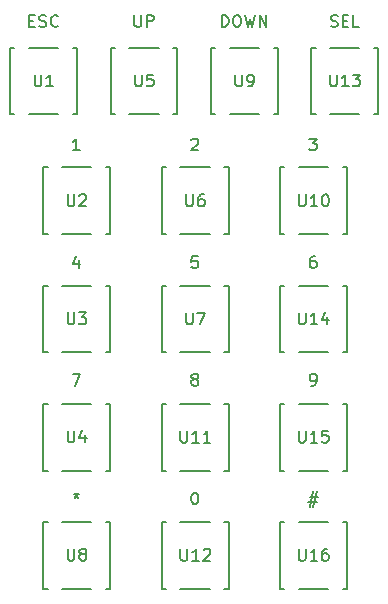
<source format=gbr>
%TF.GenerationSoftware,KiCad,Pcbnew,8.0.1*%
%TF.CreationDate,2024-03-29T18:46:23-05:00*%
%TF.ProjectId,TTWR Keypad,54545752-204b-4657-9970-61642e6b6963,V01*%
%TF.SameCoordinates,Original*%
%TF.FileFunction,Legend,Top*%
%TF.FilePolarity,Positive*%
%FSLAX46Y46*%
G04 Gerber Fmt 4.6, Leading zero omitted, Abs format (unit mm)*
G04 Created by KiCad (PCBNEW 8.0.1) date 2024-03-29 18:46:23*
%MOMM*%
%LPD*%
G01*
G04 APERTURE LIST*
%ADD10C,0.150000*%
%ADD11C,0.152400*%
%ADD12C,2.575000*%
%ADD13R,0.558800X0.952500*%
%ADD14R,0.850000X0.850000*%
%ADD15O,0.850000X0.850000*%
G04 APERTURE END LIST*
D10*
X177514160Y-81528152D02*
X178228445Y-81528152D01*
X177799874Y-81099580D02*
X177514160Y-82385295D01*
X178133207Y-81956723D02*
X177418922Y-81956723D01*
X177847493Y-82385295D02*
X178133207Y-81099580D01*
X157782684Y-81194819D02*
X157782684Y-81432914D01*
X157544589Y-81337676D02*
X157782684Y-81432914D01*
X157782684Y-81432914D02*
X158020779Y-81337676D01*
X157639827Y-81623390D02*
X157782684Y-81432914D01*
X157782684Y-81432914D02*
X157925541Y-81623390D01*
X168036779Y-61169819D02*
X167560589Y-61169819D01*
X167560589Y-61169819D02*
X167512970Y-61646009D01*
X167512970Y-61646009D02*
X167560589Y-61598390D01*
X167560589Y-61598390D02*
X167655827Y-61550771D01*
X167655827Y-61550771D02*
X167893922Y-61550771D01*
X167893922Y-61550771D02*
X167989160Y-61598390D01*
X167989160Y-61598390D02*
X168036779Y-61646009D01*
X168036779Y-61646009D02*
X168084398Y-61741247D01*
X168084398Y-61741247D02*
X168084398Y-61979342D01*
X168084398Y-61979342D02*
X168036779Y-62074580D01*
X168036779Y-62074580D02*
X167989160Y-62122200D01*
X167989160Y-62122200D02*
X167893922Y-62169819D01*
X167893922Y-62169819D02*
X167655827Y-62169819D01*
X167655827Y-62169819D02*
X167560589Y-62122200D01*
X167560589Y-62122200D02*
X167512970Y-62074580D01*
X167703446Y-71573390D02*
X167608208Y-71525771D01*
X167608208Y-71525771D02*
X167560589Y-71478152D01*
X167560589Y-71478152D02*
X167512970Y-71382914D01*
X167512970Y-71382914D02*
X167512970Y-71335295D01*
X167512970Y-71335295D02*
X167560589Y-71240057D01*
X167560589Y-71240057D02*
X167608208Y-71192438D01*
X167608208Y-71192438D02*
X167703446Y-71144819D01*
X167703446Y-71144819D02*
X167893922Y-71144819D01*
X167893922Y-71144819D02*
X167989160Y-71192438D01*
X167989160Y-71192438D02*
X168036779Y-71240057D01*
X168036779Y-71240057D02*
X168084398Y-71335295D01*
X168084398Y-71335295D02*
X168084398Y-71382914D01*
X168084398Y-71382914D02*
X168036779Y-71478152D01*
X168036779Y-71478152D02*
X167989160Y-71525771D01*
X167989160Y-71525771D02*
X167893922Y-71573390D01*
X167893922Y-71573390D02*
X167703446Y-71573390D01*
X167703446Y-71573390D02*
X167608208Y-71621009D01*
X167608208Y-71621009D02*
X167560589Y-71668628D01*
X167560589Y-71668628D02*
X167512970Y-71763866D01*
X167512970Y-71763866D02*
X167512970Y-71954342D01*
X167512970Y-71954342D02*
X167560589Y-72049580D01*
X167560589Y-72049580D02*
X167608208Y-72097200D01*
X167608208Y-72097200D02*
X167703446Y-72144819D01*
X167703446Y-72144819D02*
X167893922Y-72144819D01*
X167893922Y-72144819D02*
X167989160Y-72097200D01*
X167989160Y-72097200D02*
X168036779Y-72049580D01*
X168036779Y-72049580D02*
X168084398Y-71954342D01*
X168084398Y-71954342D02*
X168084398Y-71763866D01*
X168084398Y-71763866D02*
X168036779Y-71668628D01*
X168036779Y-71668628D02*
X167989160Y-71621009D01*
X167989160Y-71621009D02*
X167893922Y-71573390D01*
X178014160Y-61169819D02*
X177823684Y-61169819D01*
X177823684Y-61169819D02*
X177728446Y-61217438D01*
X177728446Y-61217438D02*
X177680827Y-61265057D01*
X177680827Y-61265057D02*
X177585589Y-61407914D01*
X177585589Y-61407914D02*
X177537970Y-61598390D01*
X177537970Y-61598390D02*
X177537970Y-61979342D01*
X177537970Y-61979342D02*
X177585589Y-62074580D01*
X177585589Y-62074580D02*
X177633208Y-62122200D01*
X177633208Y-62122200D02*
X177728446Y-62169819D01*
X177728446Y-62169819D02*
X177918922Y-62169819D01*
X177918922Y-62169819D02*
X178014160Y-62122200D01*
X178014160Y-62122200D02*
X178061779Y-62074580D01*
X178061779Y-62074580D02*
X178109398Y-61979342D01*
X178109398Y-61979342D02*
X178109398Y-61741247D01*
X178109398Y-61741247D02*
X178061779Y-61646009D01*
X178061779Y-61646009D02*
X178014160Y-61598390D01*
X178014160Y-61598390D02*
X177918922Y-61550771D01*
X177918922Y-61550771D02*
X177728446Y-61550771D01*
X177728446Y-61550771D02*
X177633208Y-61598390D01*
X177633208Y-61598390D02*
X177585589Y-61646009D01*
X177585589Y-61646009D02*
X177537970Y-61741247D01*
X153783208Y-41246009D02*
X154116541Y-41246009D01*
X154259398Y-41769819D02*
X153783208Y-41769819D01*
X153783208Y-41769819D02*
X153783208Y-40769819D01*
X153783208Y-40769819D02*
X154259398Y-40769819D01*
X154640351Y-41722200D02*
X154783208Y-41769819D01*
X154783208Y-41769819D02*
X155021303Y-41769819D01*
X155021303Y-41769819D02*
X155116541Y-41722200D01*
X155116541Y-41722200D02*
X155164160Y-41674580D01*
X155164160Y-41674580D02*
X155211779Y-41579342D01*
X155211779Y-41579342D02*
X155211779Y-41484104D01*
X155211779Y-41484104D02*
X155164160Y-41388866D01*
X155164160Y-41388866D02*
X155116541Y-41341247D01*
X155116541Y-41341247D02*
X155021303Y-41293628D01*
X155021303Y-41293628D02*
X154830827Y-41246009D01*
X154830827Y-41246009D02*
X154735589Y-41198390D01*
X154735589Y-41198390D02*
X154687970Y-41150771D01*
X154687970Y-41150771D02*
X154640351Y-41055533D01*
X154640351Y-41055533D02*
X154640351Y-40960295D01*
X154640351Y-40960295D02*
X154687970Y-40865057D01*
X154687970Y-40865057D02*
X154735589Y-40817438D01*
X154735589Y-40817438D02*
X154830827Y-40769819D01*
X154830827Y-40769819D02*
X155068922Y-40769819D01*
X155068922Y-40769819D02*
X155211779Y-40817438D01*
X156211779Y-41674580D02*
X156164160Y-41722200D01*
X156164160Y-41722200D02*
X156021303Y-41769819D01*
X156021303Y-41769819D02*
X155926065Y-41769819D01*
X155926065Y-41769819D02*
X155783208Y-41722200D01*
X155783208Y-41722200D02*
X155687970Y-41626961D01*
X155687970Y-41626961D02*
X155640351Y-41531723D01*
X155640351Y-41531723D02*
X155592732Y-41341247D01*
X155592732Y-41341247D02*
X155592732Y-41198390D01*
X155592732Y-41198390D02*
X155640351Y-41007914D01*
X155640351Y-41007914D02*
X155687970Y-40912676D01*
X155687970Y-40912676D02*
X155783208Y-40817438D01*
X155783208Y-40817438D02*
X155926065Y-40769819D01*
X155926065Y-40769819D02*
X156021303Y-40769819D01*
X156021303Y-40769819D02*
X156164160Y-40817438D01*
X156164160Y-40817438D02*
X156211779Y-40865057D01*
X162687970Y-40769819D02*
X162687970Y-41579342D01*
X162687970Y-41579342D02*
X162735589Y-41674580D01*
X162735589Y-41674580D02*
X162783208Y-41722200D01*
X162783208Y-41722200D02*
X162878446Y-41769819D01*
X162878446Y-41769819D02*
X163068922Y-41769819D01*
X163068922Y-41769819D02*
X163164160Y-41722200D01*
X163164160Y-41722200D02*
X163211779Y-41674580D01*
X163211779Y-41674580D02*
X163259398Y-41579342D01*
X163259398Y-41579342D02*
X163259398Y-40769819D01*
X163735589Y-41769819D02*
X163735589Y-40769819D01*
X163735589Y-40769819D02*
X164116541Y-40769819D01*
X164116541Y-40769819D02*
X164211779Y-40817438D01*
X164211779Y-40817438D02*
X164259398Y-40865057D01*
X164259398Y-40865057D02*
X164307017Y-40960295D01*
X164307017Y-40960295D02*
X164307017Y-41103152D01*
X164307017Y-41103152D02*
X164259398Y-41198390D01*
X164259398Y-41198390D02*
X164211779Y-41246009D01*
X164211779Y-41246009D02*
X164116541Y-41293628D01*
X164116541Y-41293628D02*
X163735589Y-41293628D01*
X167512970Y-51315057D02*
X167560589Y-51267438D01*
X167560589Y-51267438D02*
X167655827Y-51219819D01*
X167655827Y-51219819D02*
X167893922Y-51219819D01*
X167893922Y-51219819D02*
X167989160Y-51267438D01*
X167989160Y-51267438D02*
X168036779Y-51315057D01*
X168036779Y-51315057D02*
X168084398Y-51410295D01*
X168084398Y-51410295D02*
X168084398Y-51505533D01*
X168084398Y-51505533D02*
X168036779Y-51648390D01*
X168036779Y-51648390D02*
X167465351Y-52219819D01*
X167465351Y-52219819D02*
X168084398Y-52219819D01*
X170092732Y-41769819D02*
X170092732Y-40769819D01*
X170092732Y-40769819D02*
X170330827Y-40769819D01*
X170330827Y-40769819D02*
X170473684Y-40817438D01*
X170473684Y-40817438D02*
X170568922Y-40912676D01*
X170568922Y-40912676D02*
X170616541Y-41007914D01*
X170616541Y-41007914D02*
X170664160Y-41198390D01*
X170664160Y-41198390D02*
X170664160Y-41341247D01*
X170664160Y-41341247D02*
X170616541Y-41531723D01*
X170616541Y-41531723D02*
X170568922Y-41626961D01*
X170568922Y-41626961D02*
X170473684Y-41722200D01*
X170473684Y-41722200D02*
X170330827Y-41769819D01*
X170330827Y-41769819D02*
X170092732Y-41769819D01*
X171283208Y-40769819D02*
X171473684Y-40769819D01*
X171473684Y-40769819D02*
X171568922Y-40817438D01*
X171568922Y-40817438D02*
X171664160Y-40912676D01*
X171664160Y-40912676D02*
X171711779Y-41103152D01*
X171711779Y-41103152D02*
X171711779Y-41436485D01*
X171711779Y-41436485D02*
X171664160Y-41626961D01*
X171664160Y-41626961D02*
X171568922Y-41722200D01*
X171568922Y-41722200D02*
X171473684Y-41769819D01*
X171473684Y-41769819D02*
X171283208Y-41769819D01*
X171283208Y-41769819D02*
X171187970Y-41722200D01*
X171187970Y-41722200D02*
X171092732Y-41626961D01*
X171092732Y-41626961D02*
X171045113Y-41436485D01*
X171045113Y-41436485D02*
X171045113Y-41103152D01*
X171045113Y-41103152D02*
X171092732Y-40912676D01*
X171092732Y-40912676D02*
X171187970Y-40817438D01*
X171187970Y-40817438D02*
X171283208Y-40769819D01*
X172045113Y-40769819D02*
X172283208Y-41769819D01*
X172283208Y-41769819D02*
X172473684Y-41055533D01*
X172473684Y-41055533D02*
X172664160Y-41769819D01*
X172664160Y-41769819D02*
X172902256Y-40769819D01*
X173283208Y-41769819D02*
X173283208Y-40769819D01*
X173283208Y-40769819D02*
X173854636Y-41769819D01*
X173854636Y-41769819D02*
X173854636Y-40769819D01*
X167751065Y-81194819D02*
X167846303Y-81194819D01*
X167846303Y-81194819D02*
X167941541Y-81242438D01*
X167941541Y-81242438D02*
X167989160Y-81290057D01*
X167989160Y-81290057D02*
X168036779Y-81385295D01*
X168036779Y-81385295D02*
X168084398Y-81575771D01*
X168084398Y-81575771D02*
X168084398Y-81813866D01*
X168084398Y-81813866D02*
X168036779Y-82004342D01*
X168036779Y-82004342D02*
X167989160Y-82099580D01*
X167989160Y-82099580D02*
X167941541Y-82147200D01*
X167941541Y-82147200D02*
X167846303Y-82194819D01*
X167846303Y-82194819D02*
X167751065Y-82194819D01*
X167751065Y-82194819D02*
X167655827Y-82147200D01*
X167655827Y-82147200D02*
X167608208Y-82099580D01*
X167608208Y-82099580D02*
X167560589Y-82004342D01*
X167560589Y-82004342D02*
X167512970Y-81813866D01*
X167512970Y-81813866D02*
X167512970Y-81575771D01*
X167512970Y-81575771D02*
X167560589Y-81385295D01*
X167560589Y-81385295D02*
X167608208Y-81290057D01*
X167608208Y-81290057D02*
X167655827Y-81242438D01*
X167655827Y-81242438D02*
X167751065Y-81194819D01*
X157449351Y-71144819D02*
X158116017Y-71144819D01*
X158116017Y-71144819D02*
X157687446Y-72144819D01*
X157973160Y-61503152D02*
X157973160Y-62169819D01*
X157735065Y-61122200D02*
X157496970Y-61836485D01*
X157496970Y-61836485D02*
X158116017Y-61836485D01*
X158068398Y-52219819D02*
X157496970Y-52219819D01*
X157782684Y-52219819D02*
X157782684Y-51219819D01*
X157782684Y-51219819D02*
X157687446Y-51362676D01*
X157687446Y-51362676D02*
X157592208Y-51457914D01*
X157592208Y-51457914D02*
X157496970Y-51505533D01*
X179330827Y-41722200D02*
X179473684Y-41769819D01*
X179473684Y-41769819D02*
X179711779Y-41769819D01*
X179711779Y-41769819D02*
X179807017Y-41722200D01*
X179807017Y-41722200D02*
X179854636Y-41674580D01*
X179854636Y-41674580D02*
X179902255Y-41579342D01*
X179902255Y-41579342D02*
X179902255Y-41484104D01*
X179902255Y-41484104D02*
X179854636Y-41388866D01*
X179854636Y-41388866D02*
X179807017Y-41341247D01*
X179807017Y-41341247D02*
X179711779Y-41293628D01*
X179711779Y-41293628D02*
X179521303Y-41246009D01*
X179521303Y-41246009D02*
X179426065Y-41198390D01*
X179426065Y-41198390D02*
X179378446Y-41150771D01*
X179378446Y-41150771D02*
X179330827Y-41055533D01*
X179330827Y-41055533D02*
X179330827Y-40960295D01*
X179330827Y-40960295D02*
X179378446Y-40865057D01*
X179378446Y-40865057D02*
X179426065Y-40817438D01*
X179426065Y-40817438D02*
X179521303Y-40769819D01*
X179521303Y-40769819D02*
X179759398Y-40769819D01*
X179759398Y-40769819D02*
X179902255Y-40817438D01*
X180330827Y-41246009D02*
X180664160Y-41246009D01*
X180807017Y-41769819D02*
X180330827Y-41769819D01*
X180330827Y-41769819D02*
X180330827Y-40769819D01*
X180330827Y-40769819D02*
X180807017Y-40769819D01*
X181711779Y-41769819D02*
X181235589Y-41769819D01*
X181235589Y-41769819D02*
X181235589Y-40769819D01*
X177633208Y-72144819D02*
X177823684Y-72144819D01*
X177823684Y-72144819D02*
X177918922Y-72097200D01*
X177918922Y-72097200D02*
X177966541Y-72049580D01*
X177966541Y-72049580D02*
X178061779Y-71906723D01*
X178061779Y-71906723D02*
X178109398Y-71716247D01*
X178109398Y-71716247D02*
X178109398Y-71335295D01*
X178109398Y-71335295D02*
X178061779Y-71240057D01*
X178061779Y-71240057D02*
X178014160Y-71192438D01*
X178014160Y-71192438D02*
X177918922Y-71144819D01*
X177918922Y-71144819D02*
X177728446Y-71144819D01*
X177728446Y-71144819D02*
X177633208Y-71192438D01*
X177633208Y-71192438D02*
X177585589Y-71240057D01*
X177585589Y-71240057D02*
X177537970Y-71335295D01*
X177537970Y-71335295D02*
X177537970Y-71573390D01*
X177537970Y-71573390D02*
X177585589Y-71668628D01*
X177585589Y-71668628D02*
X177633208Y-71716247D01*
X177633208Y-71716247D02*
X177728446Y-71763866D01*
X177728446Y-71763866D02*
X177918922Y-71763866D01*
X177918922Y-71763866D02*
X178014160Y-71716247D01*
X178014160Y-71716247D02*
X178061779Y-71668628D01*
X178061779Y-71668628D02*
X178109398Y-71573390D01*
X177490351Y-51219819D02*
X178109398Y-51219819D01*
X178109398Y-51219819D02*
X177776065Y-51600771D01*
X177776065Y-51600771D02*
X177918922Y-51600771D01*
X177918922Y-51600771D02*
X178014160Y-51648390D01*
X178014160Y-51648390D02*
X178061779Y-51696009D01*
X178061779Y-51696009D02*
X178109398Y-51791247D01*
X178109398Y-51791247D02*
X178109398Y-52029342D01*
X178109398Y-52029342D02*
X178061779Y-52124580D01*
X178061779Y-52124580D02*
X178014160Y-52172200D01*
X178014160Y-52172200D02*
X177918922Y-52219819D01*
X177918922Y-52219819D02*
X177633208Y-52219819D01*
X177633208Y-52219819D02*
X177537970Y-52172200D01*
X177537970Y-52172200D02*
X177490351Y-52124580D01*
X157038095Y-65945819D02*
X157038095Y-66755342D01*
X157038095Y-66755342D02*
X157085714Y-66850580D01*
X157085714Y-66850580D02*
X157133333Y-66898200D01*
X157133333Y-66898200D02*
X157228571Y-66945819D01*
X157228571Y-66945819D02*
X157419047Y-66945819D01*
X157419047Y-66945819D02*
X157514285Y-66898200D01*
X157514285Y-66898200D02*
X157561904Y-66850580D01*
X157561904Y-66850580D02*
X157609523Y-66755342D01*
X157609523Y-66755342D02*
X157609523Y-65945819D01*
X157990476Y-65945819D02*
X158609523Y-65945819D01*
X158609523Y-65945819D02*
X158276190Y-66326771D01*
X158276190Y-66326771D02*
X158419047Y-66326771D01*
X158419047Y-66326771D02*
X158514285Y-66374390D01*
X158514285Y-66374390D02*
X158561904Y-66422009D01*
X158561904Y-66422009D02*
X158609523Y-66517247D01*
X158609523Y-66517247D02*
X158609523Y-66755342D01*
X158609523Y-66755342D02*
X158561904Y-66850580D01*
X158561904Y-66850580D02*
X158514285Y-66898200D01*
X158514285Y-66898200D02*
X158419047Y-66945819D01*
X158419047Y-66945819D02*
X158133333Y-66945819D01*
X158133333Y-66945819D02*
X158038095Y-66898200D01*
X158038095Y-66898200D02*
X157990476Y-66850580D01*
X166586905Y-85954819D02*
X166586905Y-86764342D01*
X166586905Y-86764342D02*
X166634524Y-86859580D01*
X166634524Y-86859580D02*
X166682143Y-86907200D01*
X166682143Y-86907200D02*
X166777381Y-86954819D01*
X166777381Y-86954819D02*
X166967857Y-86954819D01*
X166967857Y-86954819D02*
X167063095Y-86907200D01*
X167063095Y-86907200D02*
X167110714Y-86859580D01*
X167110714Y-86859580D02*
X167158333Y-86764342D01*
X167158333Y-86764342D02*
X167158333Y-85954819D01*
X168158333Y-86954819D02*
X167586905Y-86954819D01*
X167872619Y-86954819D02*
X167872619Y-85954819D01*
X167872619Y-85954819D02*
X167777381Y-86097676D01*
X167777381Y-86097676D02*
X167682143Y-86192914D01*
X167682143Y-86192914D02*
X167586905Y-86240533D01*
X168539286Y-86050057D02*
X168586905Y-86002438D01*
X168586905Y-86002438D02*
X168682143Y-85954819D01*
X168682143Y-85954819D02*
X168920238Y-85954819D01*
X168920238Y-85954819D02*
X169015476Y-86002438D01*
X169015476Y-86002438D02*
X169063095Y-86050057D01*
X169063095Y-86050057D02*
X169110714Y-86145295D01*
X169110714Y-86145295D02*
X169110714Y-86240533D01*
X169110714Y-86240533D02*
X169063095Y-86383390D01*
X169063095Y-86383390D02*
X168491667Y-86954819D01*
X168491667Y-86954819D02*
X169110714Y-86954819D01*
X157038095Y-85945819D02*
X157038095Y-86755342D01*
X157038095Y-86755342D02*
X157085714Y-86850580D01*
X157085714Y-86850580D02*
X157133333Y-86898200D01*
X157133333Y-86898200D02*
X157228571Y-86945819D01*
X157228571Y-86945819D02*
X157419047Y-86945819D01*
X157419047Y-86945819D02*
X157514285Y-86898200D01*
X157514285Y-86898200D02*
X157561904Y-86850580D01*
X157561904Y-86850580D02*
X157609523Y-86755342D01*
X157609523Y-86755342D02*
X157609523Y-85945819D01*
X158228571Y-86374390D02*
X158133333Y-86326771D01*
X158133333Y-86326771D02*
X158085714Y-86279152D01*
X158085714Y-86279152D02*
X158038095Y-86183914D01*
X158038095Y-86183914D02*
X158038095Y-86136295D01*
X158038095Y-86136295D02*
X158085714Y-86041057D01*
X158085714Y-86041057D02*
X158133333Y-85993438D01*
X158133333Y-85993438D02*
X158228571Y-85945819D01*
X158228571Y-85945819D02*
X158419047Y-85945819D01*
X158419047Y-85945819D02*
X158514285Y-85993438D01*
X158514285Y-85993438D02*
X158561904Y-86041057D01*
X158561904Y-86041057D02*
X158609523Y-86136295D01*
X158609523Y-86136295D02*
X158609523Y-86183914D01*
X158609523Y-86183914D02*
X158561904Y-86279152D01*
X158561904Y-86279152D02*
X158514285Y-86326771D01*
X158514285Y-86326771D02*
X158419047Y-86374390D01*
X158419047Y-86374390D02*
X158228571Y-86374390D01*
X158228571Y-86374390D02*
X158133333Y-86422009D01*
X158133333Y-86422009D02*
X158085714Y-86469628D01*
X158085714Y-86469628D02*
X158038095Y-86564866D01*
X158038095Y-86564866D02*
X158038095Y-86755342D01*
X158038095Y-86755342D02*
X158085714Y-86850580D01*
X158085714Y-86850580D02*
X158133333Y-86898200D01*
X158133333Y-86898200D02*
X158228571Y-86945819D01*
X158228571Y-86945819D02*
X158419047Y-86945819D01*
X158419047Y-86945819D02*
X158514285Y-86898200D01*
X158514285Y-86898200D02*
X158561904Y-86850580D01*
X158561904Y-86850580D02*
X158609523Y-86755342D01*
X158609523Y-86755342D02*
X158609523Y-86564866D01*
X158609523Y-86564866D02*
X158561904Y-86469628D01*
X158561904Y-86469628D02*
X158514285Y-86422009D01*
X158514285Y-86422009D02*
X158419047Y-86374390D01*
X154236745Y-45804819D02*
X154236745Y-46614342D01*
X154236745Y-46614342D02*
X154284364Y-46709580D01*
X154284364Y-46709580D02*
X154331983Y-46757200D01*
X154331983Y-46757200D02*
X154427221Y-46804819D01*
X154427221Y-46804819D02*
X154617697Y-46804819D01*
X154617697Y-46804819D02*
X154712935Y-46757200D01*
X154712935Y-46757200D02*
X154760554Y-46709580D01*
X154760554Y-46709580D02*
X154808173Y-46614342D01*
X154808173Y-46614342D02*
X154808173Y-45804819D01*
X155808173Y-46804819D02*
X155236745Y-46804819D01*
X155522459Y-46804819D02*
X155522459Y-45804819D01*
X155522459Y-45804819D02*
X155427221Y-45947676D01*
X155427221Y-45947676D02*
X155331983Y-46042914D01*
X155331983Y-46042914D02*
X155236745Y-46090533D01*
X176606705Y-65954819D02*
X176606705Y-66764342D01*
X176606705Y-66764342D02*
X176654324Y-66859580D01*
X176654324Y-66859580D02*
X176701943Y-66907200D01*
X176701943Y-66907200D02*
X176797181Y-66954819D01*
X176797181Y-66954819D02*
X176987657Y-66954819D01*
X176987657Y-66954819D02*
X177082895Y-66907200D01*
X177082895Y-66907200D02*
X177130514Y-66859580D01*
X177130514Y-66859580D02*
X177178133Y-66764342D01*
X177178133Y-66764342D02*
X177178133Y-65954819D01*
X178178133Y-66954819D02*
X177606705Y-66954819D01*
X177892419Y-66954819D02*
X177892419Y-65954819D01*
X177892419Y-65954819D02*
X177797181Y-66097676D01*
X177797181Y-66097676D02*
X177701943Y-66192914D01*
X177701943Y-66192914D02*
X177606705Y-66240533D01*
X179035276Y-66288152D02*
X179035276Y-66954819D01*
X178797181Y-65907200D02*
X178559086Y-66621485D01*
X178559086Y-66621485D02*
X179178133Y-66621485D01*
X179260555Y-45804819D02*
X179260555Y-46614342D01*
X179260555Y-46614342D02*
X179308174Y-46709580D01*
X179308174Y-46709580D02*
X179355793Y-46757200D01*
X179355793Y-46757200D02*
X179451031Y-46804819D01*
X179451031Y-46804819D02*
X179641507Y-46804819D01*
X179641507Y-46804819D02*
X179736745Y-46757200D01*
X179736745Y-46757200D02*
X179784364Y-46709580D01*
X179784364Y-46709580D02*
X179831983Y-46614342D01*
X179831983Y-46614342D02*
X179831983Y-45804819D01*
X180831983Y-46804819D02*
X180260555Y-46804819D01*
X180546269Y-46804819D02*
X180546269Y-45804819D01*
X180546269Y-45804819D02*
X180451031Y-45947676D01*
X180451031Y-45947676D02*
X180355793Y-46042914D01*
X180355793Y-46042914D02*
X180260555Y-46090533D01*
X181165317Y-45804819D02*
X181784364Y-45804819D01*
X181784364Y-45804819D02*
X181451031Y-46185771D01*
X181451031Y-46185771D02*
X181593888Y-46185771D01*
X181593888Y-46185771D02*
X181689126Y-46233390D01*
X181689126Y-46233390D02*
X181736745Y-46281009D01*
X181736745Y-46281009D02*
X181784364Y-46376247D01*
X181784364Y-46376247D02*
X181784364Y-46614342D01*
X181784364Y-46614342D02*
X181736745Y-46709580D01*
X181736745Y-46709580D02*
X181689126Y-46757200D01*
X181689126Y-46757200D02*
X181593888Y-46804819D01*
X181593888Y-46804819D02*
X181308174Y-46804819D01*
X181308174Y-46804819D02*
X181212936Y-46757200D01*
X181212936Y-46757200D02*
X181165317Y-46709580D01*
X167063095Y-55954819D02*
X167063095Y-56764342D01*
X167063095Y-56764342D02*
X167110714Y-56859580D01*
X167110714Y-56859580D02*
X167158333Y-56907200D01*
X167158333Y-56907200D02*
X167253571Y-56954819D01*
X167253571Y-56954819D02*
X167444047Y-56954819D01*
X167444047Y-56954819D02*
X167539285Y-56907200D01*
X167539285Y-56907200D02*
X167586904Y-56859580D01*
X167586904Y-56859580D02*
X167634523Y-56764342D01*
X167634523Y-56764342D02*
X167634523Y-55954819D01*
X168539285Y-55954819D02*
X168348809Y-55954819D01*
X168348809Y-55954819D02*
X168253571Y-56002438D01*
X168253571Y-56002438D02*
X168205952Y-56050057D01*
X168205952Y-56050057D02*
X168110714Y-56192914D01*
X168110714Y-56192914D02*
X168063095Y-56383390D01*
X168063095Y-56383390D02*
X168063095Y-56764342D01*
X168063095Y-56764342D02*
X168110714Y-56859580D01*
X168110714Y-56859580D02*
X168158333Y-56907200D01*
X168158333Y-56907200D02*
X168253571Y-56954819D01*
X168253571Y-56954819D02*
X168444047Y-56954819D01*
X168444047Y-56954819D02*
X168539285Y-56907200D01*
X168539285Y-56907200D02*
X168586904Y-56859580D01*
X168586904Y-56859580D02*
X168634523Y-56764342D01*
X168634523Y-56764342D02*
X168634523Y-56526247D01*
X168634523Y-56526247D02*
X168586904Y-56431009D01*
X168586904Y-56431009D02*
X168539285Y-56383390D01*
X168539285Y-56383390D02*
X168444047Y-56335771D01*
X168444047Y-56335771D02*
X168253571Y-56335771D01*
X168253571Y-56335771D02*
X168158333Y-56383390D01*
X168158333Y-56383390D02*
X168110714Y-56431009D01*
X168110714Y-56431009D02*
X168063095Y-56526247D01*
X157038095Y-75945819D02*
X157038095Y-76755342D01*
X157038095Y-76755342D02*
X157085714Y-76850580D01*
X157085714Y-76850580D02*
X157133333Y-76898200D01*
X157133333Y-76898200D02*
X157228571Y-76945819D01*
X157228571Y-76945819D02*
X157419047Y-76945819D01*
X157419047Y-76945819D02*
X157514285Y-76898200D01*
X157514285Y-76898200D02*
X157561904Y-76850580D01*
X157561904Y-76850580D02*
X157609523Y-76755342D01*
X157609523Y-76755342D02*
X157609523Y-75945819D01*
X158514285Y-76279152D02*
X158514285Y-76945819D01*
X158276190Y-75898200D02*
X158038095Y-76612485D01*
X158038095Y-76612485D02*
X158657142Y-76612485D01*
X176606705Y-75954819D02*
X176606705Y-76764342D01*
X176606705Y-76764342D02*
X176654324Y-76859580D01*
X176654324Y-76859580D02*
X176701943Y-76907200D01*
X176701943Y-76907200D02*
X176797181Y-76954819D01*
X176797181Y-76954819D02*
X176987657Y-76954819D01*
X176987657Y-76954819D02*
X177082895Y-76907200D01*
X177082895Y-76907200D02*
X177130514Y-76859580D01*
X177130514Y-76859580D02*
X177178133Y-76764342D01*
X177178133Y-76764342D02*
X177178133Y-75954819D01*
X178178133Y-76954819D02*
X177606705Y-76954819D01*
X177892419Y-76954819D02*
X177892419Y-75954819D01*
X177892419Y-75954819D02*
X177797181Y-76097676D01*
X177797181Y-76097676D02*
X177701943Y-76192914D01*
X177701943Y-76192914D02*
X177606705Y-76240533D01*
X179082895Y-75954819D02*
X178606705Y-75954819D01*
X178606705Y-75954819D02*
X178559086Y-76431009D01*
X178559086Y-76431009D02*
X178606705Y-76383390D01*
X178606705Y-76383390D02*
X178701943Y-76335771D01*
X178701943Y-76335771D02*
X178940038Y-76335771D01*
X178940038Y-76335771D02*
X179035276Y-76383390D01*
X179035276Y-76383390D02*
X179082895Y-76431009D01*
X179082895Y-76431009D02*
X179130514Y-76526247D01*
X179130514Y-76526247D02*
X179130514Y-76764342D01*
X179130514Y-76764342D02*
X179082895Y-76859580D01*
X179082895Y-76859580D02*
X179035276Y-76907200D01*
X179035276Y-76907200D02*
X178940038Y-76954819D01*
X178940038Y-76954819D02*
X178701943Y-76954819D01*
X178701943Y-76954819D02*
X178606705Y-76907200D01*
X178606705Y-76907200D02*
X178559086Y-76859580D01*
X167063095Y-65954819D02*
X167063095Y-66764342D01*
X167063095Y-66764342D02*
X167110714Y-66859580D01*
X167110714Y-66859580D02*
X167158333Y-66907200D01*
X167158333Y-66907200D02*
X167253571Y-66954819D01*
X167253571Y-66954819D02*
X167444047Y-66954819D01*
X167444047Y-66954819D02*
X167539285Y-66907200D01*
X167539285Y-66907200D02*
X167586904Y-66859580D01*
X167586904Y-66859580D02*
X167634523Y-66764342D01*
X167634523Y-66764342D02*
X167634523Y-65954819D01*
X168015476Y-65954819D02*
X168682142Y-65954819D01*
X168682142Y-65954819D02*
X168253571Y-66954819D01*
X162736745Y-45804819D02*
X162736745Y-46614342D01*
X162736745Y-46614342D02*
X162784364Y-46709580D01*
X162784364Y-46709580D02*
X162831983Y-46757200D01*
X162831983Y-46757200D02*
X162927221Y-46804819D01*
X162927221Y-46804819D02*
X163117697Y-46804819D01*
X163117697Y-46804819D02*
X163212935Y-46757200D01*
X163212935Y-46757200D02*
X163260554Y-46709580D01*
X163260554Y-46709580D02*
X163308173Y-46614342D01*
X163308173Y-46614342D02*
X163308173Y-45804819D01*
X164260554Y-45804819D02*
X163784364Y-45804819D01*
X163784364Y-45804819D02*
X163736745Y-46281009D01*
X163736745Y-46281009D02*
X163784364Y-46233390D01*
X163784364Y-46233390D02*
X163879602Y-46185771D01*
X163879602Y-46185771D02*
X164117697Y-46185771D01*
X164117697Y-46185771D02*
X164212935Y-46233390D01*
X164212935Y-46233390D02*
X164260554Y-46281009D01*
X164260554Y-46281009D02*
X164308173Y-46376247D01*
X164308173Y-46376247D02*
X164308173Y-46614342D01*
X164308173Y-46614342D02*
X164260554Y-46709580D01*
X164260554Y-46709580D02*
X164212935Y-46757200D01*
X164212935Y-46757200D02*
X164117697Y-46804819D01*
X164117697Y-46804819D02*
X163879602Y-46804819D01*
X163879602Y-46804819D02*
X163784364Y-46757200D01*
X163784364Y-46757200D02*
X163736745Y-46709580D01*
X171236745Y-45804819D02*
X171236745Y-46614342D01*
X171236745Y-46614342D02*
X171284364Y-46709580D01*
X171284364Y-46709580D02*
X171331983Y-46757200D01*
X171331983Y-46757200D02*
X171427221Y-46804819D01*
X171427221Y-46804819D02*
X171617697Y-46804819D01*
X171617697Y-46804819D02*
X171712935Y-46757200D01*
X171712935Y-46757200D02*
X171760554Y-46709580D01*
X171760554Y-46709580D02*
X171808173Y-46614342D01*
X171808173Y-46614342D02*
X171808173Y-45804819D01*
X172331983Y-46804819D02*
X172522459Y-46804819D01*
X172522459Y-46804819D02*
X172617697Y-46757200D01*
X172617697Y-46757200D02*
X172665316Y-46709580D01*
X172665316Y-46709580D02*
X172760554Y-46566723D01*
X172760554Y-46566723D02*
X172808173Y-46376247D01*
X172808173Y-46376247D02*
X172808173Y-45995295D01*
X172808173Y-45995295D02*
X172760554Y-45900057D01*
X172760554Y-45900057D02*
X172712935Y-45852438D01*
X172712935Y-45852438D02*
X172617697Y-45804819D01*
X172617697Y-45804819D02*
X172427221Y-45804819D01*
X172427221Y-45804819D02*
X172331983Y-45852438D01*
X172331983Y-45852438D02*
X172284364Y-45900057D01*
X172284364Y-45900057D02*
X172236745Y-45995295D01*
X172236745Y-45995295D02*
X172236745Y-46233390D01*
X172236745Y-46233390D02*
X172284364Y-46328628D01*
X172284364Y-46328628D02*
X172331983Y-46376247D01*
X172331983Y-46376247D02*
X172427221Y-46423866D01*
X172427221Y-46423866D02*
X172617697Y-46423866D01*
X172617697Y-46423866D02*
X172712935Y-46376247D01*
X172712935Y-46376247D02*
X172760554Y-46328628D01*
X172760554Y-46328628D02*
X172808173Y-46233390D01*
X157038095Y-55945819D02*
X157038095Y-56755342D01*
X157038095Y-56755342D02*
X157085714Y-56850580D01*
X157085714Y-56850580D02*
X157133333Y-56898200D01*
X157133333Y-56898200D02*
X157228571Y-56945819D01*
X157228571Y-56945819D02*
X157419047Y-56945819D01*
X157419047Y-56945819D02*
X157514285Y-56898200D01*
X157514285Y-56898200D02*
X157561904Y-56850580D01*
X157561904Y-56850580D02*
X157609523Y-56755342D01*
X157609523Y-56755342D02*
X157609523Y-55945819D01*
X158038095Y-56041057D02*
X158085714Y-55993438D01*
X158085714Y-55993438D02*
X158180952Y-55945819D01*
X158180952Y-55945819D02*
X158419047Y-55945819D01*
X158419047Y-55945819D02*
X158514285Y-55993438D01*
X158514285Y-55993438D02*
X158561904Y-56041057D01*
X158561904Y-56041057D02*
X158609523Y-56136295D01*
X158609523Y-56136295D02*
X158609523Y-56231533D01*
X158609523Y-56231533D02*
X158561904Y-56374390D01*
X158561904Y-56374390D02*
X157990476Y-56945819D01*
X157990476Y-56945819D02*
X158609523Y-56945819D01*
X176606705Y-85954819D02*
X176606705Y-86764342D01*
X176606705Y-86764342D02*
X176654324Y-86859580D01*
X176654324Y-86859580D02*
X176701943Y-86907200D01*
X176701943Y-86907200D02*
X176797181Y-86954819D01*
X176797181Y-86954819D02*
X176987657Y-86954819D01*
X176987657Y-86954819D02*
X177082895Y-86907200D01*
X177082895Y-86907200D02*
X177130514Y-86859580D01*
X177130514Y-86859580D02*
X177178133Y-86764342D01*
X177178133Y-86764342D02*
X177178133Y-85954819D01*
X178178133Y-86954819D02*
X177606705Y-86954819D01*
X177892419Y-86954819D02*
X177892419Y-85954819D01*
X177892419Y-85954819D02*
X177797181Y-86097676D01*
X177797181Y-86097676D02*
X177701943Y-86192914D01*
X177701943Y-86192914D02*
X177606705Y-86240533D01*
X179035276Y-85954819D02*
X178844800Y-85954819D01*
X178844800Y-85954819D02*
X178749562Y-86002438D01*
X178749562Y-86002438D02*
X178701943Y-86050057D01*
X178701943Y-86050057D02*
X178606705Y-86192914D01*
X178606705Y-86192914D02*
X178559086Y-86383390D01*
X178559086Y-86383390D02*
X178559086Y-86764342D01*
X178559086Y-86764342D02*
X178606705Y-86859580D01*
X178606705Y-86859580D02*
X178654324Y-86907200D01*
X178654324Y-86907200D02*
X178749562Y-86954819D01*
X178749562Y-86954819D02*
X178940038Y-86954819D01*
X178940038Y-86954819D02*
X179035276Y-86907200D01*
X179035276Y-86907200D02*
X179082895Y-86859580D01*
X179082895Y-86859580D02*
X179130514Y-86764342D01*
X179130514Y-86764342D02*
X179130514Y-86526247D01*
X179130514Y-86526247D02*
X179082895Y-86431009D01*
X179082895Y-86431009D02*
X179035276Y-86383390D01*
X179035276Y-86383390D02*
X178940038Y-86335771D01*
X178940038Y-86335771D02*
X178749562Y-86335771D01*
X178749562Y-86335771D02*
X178654324Y-86383390D01*
X178654324Y-86383390D02*
X178606705Y-86431009D01*
X178606705Y-86431009D02*
X178559086Y-86526247D01*
X176611905Y-55949619D02*
X176611905Y-56759142D01*
X176611905Y-56759142D02*
X176659524Y-56854380D01*
X176659524Y-56854380D02*
X176707143Y-56902000D01*
X176707143Y-56902000D02*
X176802381Y-56949619D01*
X176802381Y-56949619D02*
X176992857Y-56949619D01*
X176992857Y-56949619D02*
X177088095Y-56902000D01*
X177088095Y-56902000D02*
X177135714Y-56854380D01*
X177135714Y-56854380D02*
X177183333Y-56759142D01*
X177183333Y-56759142D02*
X177183333Y-55949619D01*
X178183333Y-56949619D02*
X177611905Y-56949619D01*
X177897619Y-56949619D02*
X177897619Y-55949619D01*
X177897619Y-55949619D02*
X177802381Y-56092476D01*
X177802381Y-56092476D02*
X177707143Y-56187714D01*
X177707143Y-56187714D02*
X177611905Y-56235333D01*
X178802381Y-55949619D02*
X178897619Y-55949619D01*
X178897619Y-55949619D02*
X178992857Y-55997238D01*
X178992857Y-55997238D02*
X179040476Y-56044857D01*
X179040476Y-56044857D02*
X179088095Y-56140095D01*
X179088095Y-56140095D02*
X179135714Y-56330571D01*
X179135714Y-56330571D02*
X179135714Y-56568666D01*
X179135714Y-56568666D02*
X179088095Y-56759142D01*
X179088095Y-56759142D02*
X179040476Y-56854380D01*
X179040476Y-56854380D02*
X178992857Y-56902000D01*
X178992857Y-56902000D02*
X178897619Y-56949619D01*
X178897619Y-56949619D02*
X178802381Y-56949619D01*
X178802381Y-56949619D02*
X178707143Y-56902000D01*
X178707143Y-56902000D02*
X178659524Y-56854380D01*
X178659524Y-56854380D02*
X178611905Y-56759142D01*
X178611905Y-56759142D02*
X178564286Y-56568666D01*
X178564286Y-56568666D02*
X178564286Y-56330571D01*
X178564286Y-56330571D02*
X178611905Y-56140095D01*
X178611905Y-56140095D02*
X178659524Y-56044857D01*
X178659524Y-56044857D02*
X178707143Y-55997238D01*
X178707143Y-55997238D02*
X178802381Y-55949619D01*
X166586905Y-75954819D02*
X166586905Y-76764342D01*
X166586905Y-76764342D02*
X166634524Y-76859580D01*
X166634524Y-76859580D02*
X166682143Y-76907200D01*
X166682143Y-76907200D02*
X166777381Y-76954819D01*
X166777381Y-76954819D02*
X166967857Y-76954819D01*
X166967857Y-76954819D02*
X167063095Y-76907200D01*
X167063095Y-76907200D02*
X167110714Y-76859580D01*
X167110714Y-76859580D02*
X167158333Y-76764342D01*
X167158333Y-76764342D02*
X167158333Y-75954819D01*
X168158333Y-76954819D02*
X167586905Y-76954819D01*
X167872619Y-76954819D02*
X167872619Y-75954819D01*
X167872619Y-75954819D02*
X167777381Y-76097676D01*
X167777381Y-76097676D02*
X167682143Y-76192914D01*
X167682143Y-76192914D02*
X167586905Y-76240533D01*
X169110714Y-76954819D02*
X168539286Y-76954819D01*
X168825000Y-76954819D02*
X168825000Y-75954819D01*
X168825000Y-75954819D02*
X168729762Y-76097676D01*
X168729762Y-76097676D02*
X168634524Y-76192914D01*
X168634524Y-76192914D02*
X168539286Y-76240533D01*
D11*
%TO.C,U3*%
X154976900Y-63667900D02*
X154976900Y-69332100D01*
X154976900Y-69332100D02*
X155342660Y-69332100D01*
X155342660Y-63667900D02*
X154976900Y-63667900D01*
X156566940Y-69332100D02*
X159051060Y-69332100D01*
X159051060Y-63667900D02*
X156566940Y-63667900D01*
X160275340Y-69332100D02*
X160641100Y-69332100D01*
X160641100Y-63667900D02*
X160275340Y-63667900D01*
X160641100Y-69332100D02*
X160641100Y-63667900D01*
%TO.C,U12*%
X164992900Y-83667900D02*
X164992900Y-89332100D01*
X164992900Y-89332100D02*
X165358660Y-89332100D01*
X165358660Y-83667900D02*
X164992900Y-83667900D01*
X166582940Y-89332100D02*
X169067060Y-89332100D01*
X169067060Y-83667900D02*
X166582940Y-83667900D01*
X170291340Y-89332100D02*
X170657100Y-89332100D01*
X170657100Y-83667900D02*
X170291340Y-83667900D01*
X170657100Y-89332100D02*
X170657100Y-83667900D01*
%TO.C,U8*%
X154976900Y-83667900D02*
X154976900Y-89332100D01*
X154976900Y-89332100D02*
X155342660Y-89332100D01*
X155342660Y-83667900D02*
X154976900Y-83667900D01*
X156566940Y-89332100D02*
X159051060Y-89332100D01*
X159051060Y-83667900D02*
X156566940Y-83667900D01*
X160275340Y-89332100D02*
X160641100Y-89332100D01*
X160641100Y-83667900D02*
X160275340Y-83667900D01*
X160641100Y-89332100D02*
X160641100Y-83667900D01*
%TO.C,U1*%
X152167900Y-43516550D02*
X152167900Y-49180750D01*
X152167900Y-49180750D02*
X152533660Y-49180750D01*
X152533660Y-43516550D02*
X152167900Y-43516550D01*
X153757940Y-49180750D02*
X156242060Y-49180750D01*
X156242060Y-43516550D02*
X153757940Y-43516550D01*
X157466340Y-49180750D02*
X157832100Y-49180750D01*
X157832100Y-43516550D02*
X157466340Y-43516550D01*
X157832100Y-49180750D02*
X157832100Y-43516550D01*
%TO.C,U14*%
X175017900Y-63662700D02*
X175017900Y-69326900D01*
X175017900Y-69326900D02*
X175383660Y-69326900D01*
X175383660Y-63662700D02*
X175017900Y-63662700D01*
X176607940Y-69326900D02*
X179092060Y-69326900D01*
X179092060Y-63662700D02*
X176607940Y-63662700D01*
X180316340Y-69326900D02*
X180682100Y-69326900D01*
X180682100Y-63662700D02*
X180316340Y-63662700D01*
X180682100Y-69326900D02*
X180682100Y-63662700D01*
%TO.C,U13*%
X177667900Y-43516550D02*
X177667900Y-49180750D01*
X177667900Y-49180750D02*
X178033660Y-49180750D01*
X178033660Y-43516550D02*
X177667900Y-43516550D01*
X179257940Y-49180750D02*
X181742060Y-49180750D01*
X181742060Y-43516550D02*
X179257940Y-43516550D01*
X182966340Y-49180750D02*
X183332100Y-49180750D01*
X183332100Y-43516550D02*
X182966340Y-43516550D01*
X183332100Y-49180750D02*
X183332100Y-43516550D01*
%TO.C,U6*%
X164992900Y-53667900D02*
X164992900Y-59332100D01*
X164992900Y-59332100D02*
X165358660Y-59332100D01*
X165358660Y-53667900D02*
X164992900Y-53667900D01*
X166582940Y-59332100D02*
X169067060Y-59332100D01*
X169067060Y-53667900D02*
X166582940Y-53667900D01*
X170291340Y-59332100D02*
X170657100Y-59332100D01*
X170657100Y-53667900D02*
X170291340Y-53667900D01*
X170657100Y-59332100D02*
X170657100Y-53667900D01*
%TO.C,U4*%
X154976900Y-73667900D02*
X154976900Y-79332100D01*
X154976900Y-79332100D02*
X155342660Y-79332100D01*
X155342660Y-73667900D02*
X154976900Y-73667900D01*
X156566940Y-79332100D02*
X159051060Y-79332100D01*
X159051060Y-73667900D02*
X156566940Y-73667900D01*
X160275340Y-79332100D02*
X160641100Y-79332100D01*
X160641100Y-73667900D02*
X160275340Y-73667900D01*
X160641100Y-79332100D02*
X160641100Y-73667900D01*
%TO.C,U15*%
X175017900Y-73662700D02*
X175017900Y-79326900D01*
X175017900Y-79326900D02*
X175383660Y-79326900D01*
X175383660Y-73662700D02*
X175017900Y-73662700D01*
X176607940Y-79326900D02*
X179092060Y-79326900D01*
X179092060Y-73662700D02*
X176607940Y-73662700D01*
X180316340Y-79326900D02*
X180682100Y-79326900D01*
X180682100Y-73662700D02*
X180316340Y-73662700D01*
X180682100Y-79326900D02*
X180682100Y-73662700D01*
%TO.C,U7*%
X164992900Y-63667900D02*
X164992900Y-69332100D01*
X164992900Y-69332100D02*
X165358660Y-69332100D01*
X165358660Y-63667900D02*
X164992900Y-63667900D01*
X166582940Y-69332100D02*
X169067060Y-69332100D01*
X169067060Y-63667900D02*
X166582940Y-63667900D01*
X170291340Y-69332100D02*
X170657100Y-69332100D01*
X170657100Y-63667900D02*
X170291340Y-63667900D01*
X170657100Y-69332100D02*
X170657100Y-63667900D01*
%TO.C,U5*%
X160667900Y-43516550D02*
X160667900Y-49180750D01*
X160667900Y-49180750D02*
X161033660Y-49180750D01*
X161033660Y-43516550D02*
X160667900Y-43516550D01*
X162257940Y-49180750D02*
X164742060Y-49180750D01*
X164742060Y-43516550D02*
X162257940Y-43516550D01*
X165966340Y-49180750D02*
X166332100Y-49180750D01*
X166332100Y-43516550D02*
X165966340Y-43516550D01*
X166332100Y-49180750D02*
X166332100Y-43516550D01*
%TO.C,U9*%
X169167900Y-43516550D02*
X169167900Y-49180750D01*
X169167900Y-49180750D02*
X169533660Y-49180750D01*
X169533660Y-43516550D02*
X169167900Y-43516550D01*
X170757940Y-49180750D02*
X173242060Y-49180750D01*
X173242060Y-43516550D02*
X170757940Y-43516550D01*
X174466340Y-49180750D02*
X174832100Y-49180750D01*
X174832100Y-43516550D02*
X174466340Y-43516550D01*
X174832100Y-49180750D02*
X174832100Y-43516550D01*
%TO.C,U2*%
X154976900Y-53667900D02*
X154976900Y-59332100D01*
X154976900Y-59332100D02*
X155342660Y-59332100D01*
X155342660Y-53667900D02*
X154976900Y-53667900D01*
X156566940Y-59332100D02*
X159051060Y-59332100D01*
X159051060Y-53667900D02*
X156566940Y-53667900D01*
X160275340Y-59332100D02*
X160641100Y-59332100D01*
X160641100Y-53667900D02*
X160275340Y-53667900D01*
X160641100Y-59332100D02*
X160641100Y-53667900D01*
%TO.C,U16*%
X175017900Y-83662700D02*
X175017900Y-89326900D01*
X175017900Y-89326900D02*
X175383660Y-89326900D01*
X175383660Y-83662700D02*
X175017900Y-83662700D01*
X176607940Y-89326900D02*
X179092060Y-89326900D01*
X179092060Y-83662700D02*
X176607940Y-83662700D01*
X180316340Y-89326900D02*
X180682100Y-89326900D01*
X180682100Y-83662700D02*
X180316340Y-83662700D01*
X180682100Y-89326900D02*
X180682100Y-83662700D01*
%TO.C,U10*%
X175017900Y-53662700D02*
X175017900Y-59326900D01*
X175017900Y-59326900D02*
X175383660Y-59326900D01*
X175383660Y-53662700D02*
X175017900Y-53662700D01*
X176607940Y-59326900D02*
X179092060Y-59326900D01*
X179092060Y-53662700D02*
X176607940Y-53662700D01*
X180316340Y-59326900D02*
X180682100Y-59326900D01*
X180682100Y-53662700D02*
X180316340Y-53662700D01*
X180682100Y-59326900D02*
X180682100Y-53662700D01*
%TO.C,U11*%
X164992900Y-73667900D02*
X164992900Y-79332100D01*
X164992900Y-79332100D02*
X165358660Y-79332100D01*
X165358660Y-73667900D02*
X164992900Y-73667900D01*
X166582940Y-79332100D02*
X169067060Y-79332100D01*
X169067060Y-73667900D02*
X166582940Y-73667900D01*
X170291340Y-79332100D02*
X170657100Y-79332100D01*
X170657100Y-73667900D02*
X170291340Y-73667900D01*
X170657100Y-79332100D02*
X170657100Y-73667900D01*
%TD*%
%LPC*%
D12*
X153787500Y-97500000D02*
G75*
G02*
X151212500Y-97500000I-1287500J0D01*
G01*
X151212500Y-97500000D02*
G75*
G02*
X153787500Y-97500000I1287500J0D01*
G01*
X184287500Y-97500000D02*
G75*
G02*
X181712500Y-97500000I-1287500J0D01*
G01*
X181712500Y-97500000D02*
G75*
G02*
X184287500Y-97500000I1287500J0D01*
G01*
D13*
%TO.C,U3*%
X159663200Y-63318650D03*
X159663200Y-69681350D03*
X155954800Y-63318650D03*
X155954800Y-69681350D03*
%TD*%
%TO.C,U12*%
X169679200Y-83318650D03*
X169679200Y-89681350D03*
X165970800Y-83318650D03*
X165970800Y-89681350D03*
%TD*%
%TO.C,U8*%
X159663200Y-83318650D03*
X159663200Y-89681350D03*
X155954800Y-83318650D03*
X155954800Y-89681350D03*
%TD*%
%TO.C,U1*%
X156854200Y-43167300D03*
X156854200Y-49530000D03*
X153145800Y-43167300D03*
X153145800Y-49530000D03*
%TD*%
%TO.C,U14*%
X179704200Y-63313450D03*
X179704200Y-69676150D03*
X175995800Y-63313450D03*
X175995800Y-69676150D03*
%TD*%
%TO.C,U13*%
X182354200Y-43167300D03*
X182354200Y-49530000D03*
X178645800Y-43167300D03*
X178645800Y-49530000D03*
%TD*%
%TO.C,U6*%
X169679200Y-53318650D03*
X169679200Y-59681350D03*
X165970800Y-53318650D03*
X165970800Y-59681350D03*
%TD*%
%TO.C,U4*%
X159663200Y-73318650D03*
X159663200Y-79681350D03*
X155954800Y-73318650D03*
X155954800Y-79681350D03*
%TD*%
%TO.C,U15*%
X179704200Y-73313450D03*
X179704200Y-79676150D03*
X175995800Y-73313450D03*
X175995800Y-79676150D03*
%TD*%
%TO.C,U7*%
X169679200Y-63318650D03*
X169679200Y-69681350D03*
X165970800Y-63318650D03*
X165970800Y-69681350D03*
%TD*%
%TO.C,U5*%
X165354200Y-43167300D03*
X165354200Y-49530000D03*
X161645800Y-43167300D03*
X161645800Y-49530000D03*
%TD*%
%TO.C,U9*%
X173854200Y-43167300D03*
X173854200Y-49530000D03*
X170145800Y-43167300D03*
X170145800Y-49530000D03*
%TD*%
%TO.C,U2*%
X159663200Y-53318650D03*
X159663200Y-59681350D03*
X155954800Y-53318650D03*
X155954800Y-59681350D03*
%TD*%
%TO.C,U16*%
X179704200Y-83313450D03*
X179704200Y-89676150D03*
X175995800Y-83313450D03*
X175995800Y-89676150D03*
%TD*%
%TO.C,U10*%
X175995800Y-59676150D03*
X175995800Y-53313450D03*
X179704200Y-59676150D03*
X179704200Y-53313450D03*
%TD*%
%TO.C,U11*%
X169679200Y-73318650D03*
X169679200Y-79681350D03*
X165970800Y-73318650D03*
X165970800Y-79681350D03*
%TD*%
D14*
%TO.C,J2*%
X151000000Y-93000000D03*
D15*
X151000000Y-92000000D03*
X151000000Y-91000000D03*
X151000000Y-90000000D03*
X151000000Y-89000000D03*
X151000000Y-88000000D03*
X151000000Y-87000000D03*
X151000000Y-86000000D03*
X151000000Y-85000000D03*
X151000000Y-84000000D03*
X151000000Y-83000000D03*
X151000000Y-82000000D03*
X151000000Y-81000000D03*
X151000000Y-80000000D03*
X151000000Y-79000000D03*
%TD*%
D14*
%TO.C,J1*%
X184500000Y-93000000D03*
D15*
X184500000Y-92000000D03*
X184500000Y-91000000D03*
X184500000Y-90000000D03*
X184500000Y-89000000D03*
X184500000Y-88000000D03*
X184500000Y-87000000D03*
X184500000Y-86000000D03*
X184500000Y-85000000D03*
X184500000Y-84000000D03*
X184500000Y-83000000D03*
X184500000Y-82000000D03*
X184500000Y-81000000D03*
X184500000Y-80000000D03*
X184500000Y-79000000D03*
%TD*%
%LPD*%
M02*

</source>
